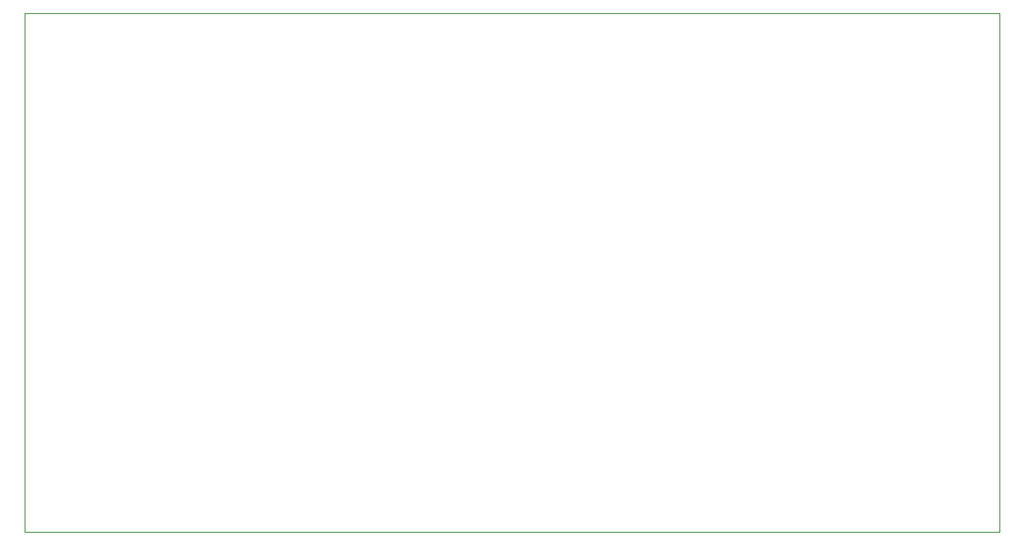
<source format=gbr>
%TF.GenerationSoftware,KiCad,Pcbnew,8.0.1*%
%TF.CreationDate,2024-04-01T02:15:42+02:00*%
%TF.ProjectId,ef_hbmob,65665f68-626d-46f6-922e-6b696361645f,rev?*%
%TF.SameCoordinates,Original*%
%TF.FileFunction,Profile,NP*%
%FSLAX46Y46*%
G04 Gerber Fmt 4.6, Leading zero omitted, Abs format (unit mm)*
G04 Created by KiCad (PCBNEW 8.0.1) date 2024-04-01 02:15:42*
%MOMM*%
%LPD*%
G01*
G04 APERTURE LIST*
%TA.AperFunction,Profile*%
%ADD10C,0.050000*%
%TD*%
G04 APERTURE END LIST*
D10*
X54967157Y-41467157D02*
X148967157Y-41467157D01*
X148967157Y-91467157D01*
X54967157Y-91467157D01*
X54967157Y-41467157D01*
M02*

</source>
